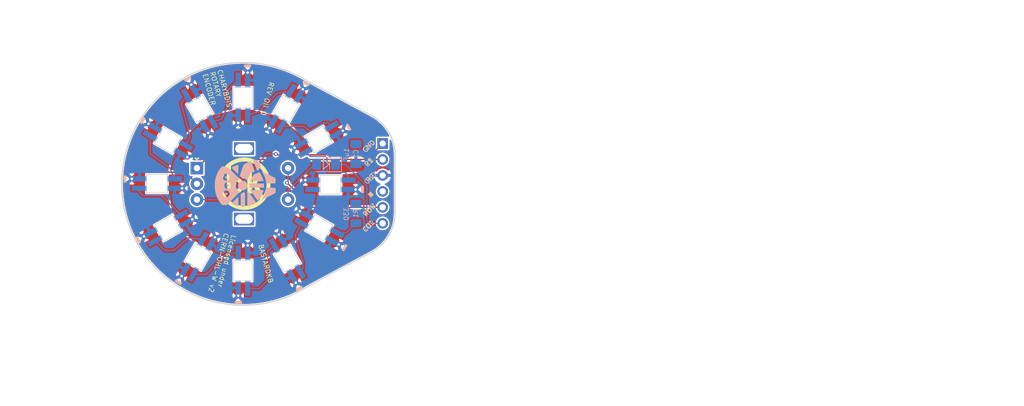
<source format=kicad_pcb>
(kicad_pcb (version 20221018) (generator pcbnew)
  (title_block (title "BastardKB Blackpill Holder") (date "2022-01-20") (rev "1.2"))
  (layers (0 "F.Cu" signal) (31 "B.Cu" signal) (34 "B.Paste" user) (35 "F.Paste" user) (36 "B.SilkS" user "B.Silkscreen") (37 "F.SilkS" user "F.Silkscreen") (38 "B.Mask" user) (39 "F.Mask" user) (44 "Edge.Cuts" user))
  (net 0 "")
  (net 1 "Vcc")
  (net 2 "Gnd")
  (net 3 "Net-(D1-DOUT)")
  (net 4 "Net-(D1-DIN)")
  (net 5 "Net-(D2-DOUT)")
  (net 6 "DOUT")
  (net 7 "Net-(D3-DOUT)")
  (net 8 "Net-(D4-DOUT)")
  (net 9 "Net-(D5-DOUT)")
  (net 10 "Net-(D6-DOUT)")
  (net 11 "Net-(D7-DOUT)")
  (net 12 "Net-(D8-DOUT)")
  (net 13 "Net-(D10-DIN)")
  (net 14 "Net-(D10-DOUT)")
  (net 15 "Net-(D11-DOUT)")
  (net 16 "button")
  (net 17 "r1")
  (net 18 "r2")
  (net 19 "DIN")
  (net 20 "Col")
  (net 21 "Net-(Dcol1-A)")
  (net 22 "unconnected-(J1-Pin_4-Pad4)")
  (footprint "Library:RotaryEncoder_Alps_EC11E-Switch_Vertical_H20mm" (layer "F.Cu") (at 52.5 43.6)
    (fp_text reference "SW1" hide)
    (fp_text value "RotaryEncoder_Switch")
    (pad "A" thru_hole rect locked (at -7.5 -2.5) (size 2 2) (drill 1) (layers "*.Cu" "*.Mask") (net 18 "r2"))
    (pad "B" thru_hole circle locked (at -7.5 2.5) (size 2 2) (drill 1) (layers "*.Cu" "*.Mask") (net 17 "r1"))
    (pad "C" thru_hole circle locked (at -7.5 0) (size 2 2) (drill 1) (layers "*.Cu" "*.Mask") (net 2 "Gnd"))
    (pad "MP" thru_hole rect locked (at 0 -5.6) (size 3.2 2) (drill oval 2.8 1.5) (layers "*.Cu" "*.Mask"))
    (pad "MP" thru_hole rect locked (at 0 5.6) (size 3.2 2) (drill oval 2.8 1.5) (layers "*.Cu" "*.Mask"))
    (pad "S1" thru_hole circle locked (at 7 2.5) (size 2 2) (drill 1) (layers "*.Cu" "*.Mask") (net 21 "Net-(Dcol1-A)"))
    (pad "S2" thru_hole circle locked (at 7 -2.5) (size 2 2) (drill 1) (layers "*.Cu" "*.Mask") (net 16 "button"))
  )
  (footprint "LOGO" (layer "F.Cu") (at 52.55 43.58)
    (fp_text reference "G***" hide)
    (fp_text value "LOGO" hide)
  )
  (footprint "LOGO" (layer "F.Cu") (at 52.55 43.58)
    (fp_text reference "G***" hide)
    (fp_text value "LOGO" hide)
  )
  (footprint "Library:6_PinHeader" (layer "F.Cu") (at 74.55 43.6)
    (fp_text reference "J1" hide)
    (fp_text value "Conn_01x06_Female")
    (pad "1" thru_hole rect locked (at 0 -6.42) (size 1.7 1.7) (drill 1) (layers "*.Cu" "*.Mask") (net 17 "r1"))
    (pad "2" thru_hole oval locked (at 0 -3.88) (size 1.7 1.7) (drill 1) (layers "*.Cu" "*.Mask") (net 18 "r2"))
    (pad "3" thru_hole oval locked (at 0 -1.34) (size 1.7 1.7) (drill 1) (layers "*.Cu" "*.Mask") (net 2 "Gnd"))
    (pad "4" thru_hole oval locked (at 0 1.2) (size 1.7 1.7) (drill 1) (layers "*.Cu" "*.Mask") (net 22 "unconnected-(J1-Pin_4-Pad4)"))
    (pad "5" thru_hole oval locked (at 0 3.74) (size 1.7 1.7) (drill 1) (layers "*.Cu" "*.Mask") (net 16 "button"))
    (pad "6" thru_hole oval locked (at 0 6.28) (size 1.7 1.7) (drill 1) (layers "*.Cu" "*.Mask") (net 20 "Col"))
  )
  (footprint "Library:YS-SK6812MINI-E" (layer "B.Cu") (at 40.414 50.608 30)
    (fp_text reference "D5" hide)
    (fp_text value "SK6812MINI")
    (fp_line (start -1.7 -1.5) (end -1.7 1.5) (stroke (width 0.12)) (layer "Edge.Cuts"))
    (fp_line (start -1.7 1.5) (end 1.7 1.5) (stroke (width 0.12)) (layer "Edge.Cuts"))
    (fp_line (start 1.7 -1.5) (end -1.7 -1.5) (stroke (width 0.12)) (layer "Edge.Cuts"))
    (fp_line (start 1.7 1.5) (end 1.7 -1.5) (stroke (width 0.12)) (layer "Edge.Cuts"))
    (pad "1" smd rect (at 2.8 -0.75 30) (size 2.4 0.82) (layers "B.Cu" "B.Paste" "B.Mask") (net 9 "Net-(D5-DOUT)"))
    (pad "2" thru_hole circle (at -4 -0.75 30) (size 0.8 0.8) (drill 0.4) (layers "*.Cu" "*.Mask") (net 2 "Gnd"))
    (pad "2" smd rect (at -2.8 -0.75 30) (size 2.4 0.82) (layers "B.Cu" "B.Paste" "B.Mask") (net 2 "Gnd"))
    (pad "3" smd rect (at -2.8 0.75 30) (size 2.4 0.82) (layers "B.Cu" "B.Paste" "B.Mask") (net 8 "Net-(D4-DOUT)"))
    (pad "4" smd rect (at 2.8 0.75 30) (size 2.4 0.82) (layers "B.Cu" "B.Paste" "B.Mask") (net 1 "Vcc"))
    (pad "4" thru_hole circle (at 4 0.75 30) (size 0.8 0.8) (drill 0.4) (layers "*.Cu" "*.Mask") (net 1 "Vcc"))
  )
  (footprint "Library:YS-SK6812MINI-E" (layer "B.Cu") (at 64.375 36.5 -150)
    (fp_text reference "D11" hide)
    (fp_text value "SK6812MINI")
    (fp_line (start -1.7 -1.5) (end -1.7 1.5) (stroke (width 0.12)) (layer "Edge.Cuts"))
    (fp_line (start -1.7 1.5) (end 1.7 1.5) (stroke (width 0.12)) (layer "Edge.Cuts"))
    (fp_line (start 1.7 -1.5) (end -1.7 -1.5) (stroke (width 0.12)) (layer "Edge.Cuts"))
    (fp_line (start 1.7 1.5) (end 1.7 -1.5) (stroke (width 0.12)) (layer "Edge.Cuts"))
    (pad "1" smd rect (at 2.8 -0.75 210) (size 2.4 0.82) (layers "B.Cu" "B.Paste" "B.Mask") (net 15 "Net-(D11-DOUT)"))
    (pad "2" thru_hole circle (at -4 -0.75 210) (size 0.8 0.8) (drill 0.4) (layers "*.Cu" "*.Mask") (net 2 "Gnd"))
    (pad "2" smd rect (at -2.8 -0.75 210) (size 2.4 0.82) (layers "B.Cu" "B.Paste" "B.Mask") (net 2 "Gnd"))
    (pad "3" smd rect (at -2.8 0.75 210) (size 2.4 0.82) (layers "B.Cu" "B.Paste" "B.Mask") (net 14 "Net-(D10-DOUT)"))
    (pad "4" smd rect (at 2.8 0.75 210) (size 2.4 0.82) (layers "B.Cu" "B.Paste" "B.Mask") (net 1 "Vcc"))
    (pad "4" thru_hole circle (at 4 0.75 210) (size 0.8 0.8) (drill 0.4) (layers "*.Cu" "*.Mask") (net 1 "Vcc"))
  )
  (footprint "Library:YS-SK6812MINI-E" (layer "B.Cu") (at 45.2 55.2 60)
    (fp_text reference "D4" hide)
    (fp_text value "SK6812MINI")
    (fp_line (start -1.7 -1.5) (end -1.7 1.5) (stroke (width 0.12)) (layer "Edge.Cuts"))
    (fp_line (start -1.7 1.5) (end 1.7 1.5) (stroke (width 0.12)) (layer "Edge.Cuts"))
    (fp_line (start 1.7 -1.5) (end -1.7 -1.5) (stroke (width 0.12)) (layer "Edge.Cuts"))
    (fp_line (start 1.7 1.5) (end 1.7 -1.5) (stroke (width 0.12)) (layer "Edge.Cuts"))
    (pad "1" smd rect (at 2.8 -0.75 60) (size 2.4 0.82) (layers "B.Cu" "B.Paste" "B.Mask") (net 8 "Net-(D4-DOUT)"))
    (pad "2" thru_hole circle (at -4 -0.75 60) (size 0.8 0.8) (drill 0.4) (layers "*.Cu" "*.Mask") (net 2 "Gnd"))
    (pad "2" smd rect (at -2.8 -0.75 60) (size 2.4 0.82) (layers "B.Cu" "B.Paste" "B.Mask") (net 2 "Gnd"))
    (pad "3" smd rect (at -2.8 0.75 60) (size 2.4 0.82) (layers "B.Cu" "B.Paste" "B.Mask") (net 7 "Net-(D3-DOUT)"))
    (pad "4" smd rect (at 2.8 0.75 60) (size 2.4 0.82) (layers "B.Cu" "B.Paste" "B.Mask") (net 1 "Vcc"))
    (pad "4" thru_hole circle (at 4 0.75 60) (size 0.8 0.8) (drill 0.4) (layers "*.Cu" "*.Mask") (net 1 "Vcc"))
  )
  (footprint "Capacitor_SMD:C_1206_3216Metric_Pad1.33x1.80mm_HandSolder" (layer "B.Cu") (at 70.289 38.854 -90)
    (fp_text reference "C1" (at 0 0 90) (layer "B.SilkS") (effects (font (size 0.75 0.75) (thickness 0.1)) (justify mirror)))
    (fp_text value "1u")
    (pad "1" smd roundrect (at -1.5625 0 270) (size 1.325 1.8) (layers "B.Cu" "B.Paste" "B.Mask") (roundrect_rratio 0.1886792453) (net 1 "Vcc"))
    (pad "2" smd roundrect (at 1.5625 0 270) (size 1.325 1.8) (layers "B.Cu" "B.Paste" "B.Mask") (roundrect_rratio 0.1886792453) (net 2 "Gnd"))
  )
  (footprint "Library:YS-SK6812MINI-E" (layer "B.Cu") (at 40.386362 36.7 -30)
    (fp_text reference "D7" hide)
    (fp_text value "SK6812MINI")
    (fp_line (start -1.7 -1.5) (end -1.7 1.5) (stroke (width 0.12)) (layer "Edge.Cuts"))
    (fp_line (start -1.7 1.5) (end 1.7 1.5) (stroke (width 0.12)) (layer "Edge.Cuts"))
    (fp_line (start 1.7 -1.5) (end -1.7 -1.5) (stroke (width 0.12)) (layer "Edge.Cuts"))
    (fp_line (start 1.7 1.5) (end 1.7 -1.5) (stroke (width 0.12)) (layer "Edge.Cuts"))
    (pad "1" smd rect (at 2.8 -0.75 330) (size 2.4 0.82) (layers "B.Cu" "B.Paste" "B.Mask") (net 11 "Net-(D7-DOUT)"))
    (pad "2" thru_hole circle (at -4 -0.75 330) (size 0.8 0.8) (drill 0.4) (layers "*.Cu" "*.Mask") (net 2 "Gnd"))
    (pad "2" smd rect (at -2.8 -0.75 330) (size 2.4 0.82) (layers "B.Cu" "B.Paste" "B.Mask") (net 2 "Gnd"))
    (pad "3" smd rect (at -2.8 0.75 330) (size 2.4 0.82) (layers "B.Cu" "B.Paste" "B.Mask") (net 10 "Net-(D6-DOUT)"))
    (pad "4" smd rect (at 2.8 0.75 330) (size 2.4 0.82) (layers "B.Cu" "B.Paste" "B.Mask") (net 1 "Vcc"))
    (pad "4" thru_hole circle (at 4 0.75 330) (size 0.8 0.8) (drill 0.4) (layers "*.Cu" "*.Mask") (net 1 "Vcc"))
  )
  (footprint "Library:YS-SK6812MINI-E" (layer "B.Cu") (at 45.449247 31.661 -60)
    (fp_text reference "D8" hide)
    (fp_text value "SK6812MINI")
    (fp_line (start -1.7 -1.5) (end -1.7 1.5) (stroke (width 0.12)) (layer "Edge.Cuts"))
    (fp_line (start -1.7 1.5) (end 1.7 1.5) (stroke (width 0.12)) (layer "Edge.Cuts"))
    (fp_line (start 1.7 -1.5) (end -1.7 -1.5) (stroke (width 0.12)) (layer "Edge.Cuts"))
    (fp_line (start 1.7 1.5) (end 1.7 -1.5) (stroke (width 0.12)) (layer "Edge.Cuts"))
    (pad "1" smd rect (at 2.8 -0.75 300) (size 2.4 0.82) (layers "B.Cu" "B.Paste" "B.Mask") (net 12 "Net-(D8-DOUT)"))
    (pad "2" thru_hole circle (at -4 -0.75 300) (size 0.8 0.8) (drill 0.4) (layers "*.Cu" "*.Mask") (net 2 "Gnd"))
    (pad "2" smd rect (at -2.8 -0.75 300) (size 2.4 0.82) (layers "B.Cu" "B.Paste" "B.Mask") (net 2 "Gnd"))
    (pad "3" smd rect (at -2.8 0.75 300) (size 2.4 0.82) (layers "B.Cu" "B.Paste" "B.Mask") (net 11 "Net-(D7-DOUT)"))
    (pad "4" smd rect (at 2.8 0.75 300) (size 2.4 0.82) (layers "B.Cu" "B.Paste" "B.Mask") (net 1 "Vcc"))
    (pad "4" thru_hole circle (at 4 0.75 300) (size 0.8 0.8) (drill 0.4) (layers "*.Cu" "*.Mask") (net 1 "Vcc"))
  )
  (footprint "Library:YS-SK6812MINI-E" (layer "B.Cu") (at 59.2 31.65 -120)
    (fp_text reference "D10" hide)
    (fp_text value "SK6812MINI")
    (fp_line (start -1.7 -1.5) (end -1.7 1.5) (stroke (width 0.12)) (layer "Edge.Cuts"))
    (fp_line (start -1.7 1.5) (end 1.7 1.5) (stroke (width 0.12)) (layer "Edge.Cuts"))
    (fp_line (start 1.7 -1.5) (end -1.7 -1.5) (stroke (width 0.12)) (layer "Edge.Cuts"))
    (fp_line (start 1.7 1.5) (end 1.7 -1.5) (stroke (width 0.12)) (layer "Edge.Cuts"))
    (pad "1" smd rect (at 2.8 -0.75 240) (size 2.4 0.82) (layers "B.Cu" "B.Paste" "B.Mask") (net 14 "Net-(D10-DOUT)"))
    (pad "2" thru_hole circle (at -4 -0.75 240) (size 0.8 0.8) (drill 0.4) (layers "*.Cu" "*.Mask") (net 2 "Gnd"))
    (pad "2" smd rect (at -2.8 -0.75 240) (size 2.4 0.82) (layers "B.Cu" "B.Paste" "B.Mask") (net 2 "Gnd"))
    (pad "3" smd rect (at -2.8 0.75 240) (size 2.4 0.82) (layers "B.Cu" "B.Paste" "B.Mask") (net 13 "Net-(D10-DIN)"))
    (pad "4" smd rect (at 2.8 0.75 240) (size 2.4 0.82) (layers "B.Cu" "B.Paste" "B.Mask") (net 1 "Vcc"))
    (pad "4" thru_hole circle (at 4 0.75 240) (size 0.8 0.8) (drill 0.4) (layers "*.Cu" "*.Mask") (net 1 "Vcc"))
  )
  (footprint "Library:YS-SK6812MINI-E" (layer "B.Cu") (at 38.639 43.558)
    (fp_text reference "D6" hide)
    (fp_text value "SK6812MINI")
    (fp_line (start -1.7 -1.5) (end -1.7 1.5) (stroke (width 0.12)) (layer "Edge.Cuts"))
    (fp_line (start -1.7 1.5) (end 1.7 1.5) (stroke (width 0.12)) (layer "Edge.Cuts"))
    (fp_line (start 1.7 -1.5) (end -1.7 -1.5) (stroke (width 0.12)) (layer "Edge.Cuts"))
    (fp_line (start 1.7 1.5) (end 1.7 -1.5) (stroke (width 0.12)) (layer "Edge.Cuts"))
    (pad "1" smd rect (at 2.8 -0.75) (size 2.4 0.82) (layers "B.Cu" "B.Paste" "B.Mask") (net 10 "Net-(D6-DOUT)"))
    (pad "2" thru_hole circle (at -4 -0.75) (size 0.8 0.8) (drill 0.4) (layers "*.Cu" "*.Mask") (net 2 "Gnd"))
    (pad "2" smd rect (at -2.8 -0.75) (size 2.4 0.82) (layers "B.Cu" "B.Paste" "B.Mask") (net 2 "Gnd"))
    (pad "3" smd rect (at -2.8 0.75) (size 2.4 0.82) (layers "B.Cu" "B.Paste" "B.Mask") (net 9 "Net-(D5-DOUT)"))
    (pad "4" smd rect (at 2.8 0.75) (size 2.4 0.82) (layers "B.Cu" "B.Paste" "B.Mask") (net 1 "Vcc"))
    (pad "4" thru_hole circle (at 4 0.75) (size 0.8 0.8) (drill 0.4) (layers "*.Cu" "*.Mask") (net 1 "Vcc"))
  )
  (footprint "Library:D_1206_3216Metric_Pad1.42x1.75mm_HandSolder" (layer "B.Cu") (at 65.5395 40.487 180)
    (fp_text reference "Dcol1")
    (fp_text value "1N4148W")
    (pad "1" smd roundrect (at -1.4875 0 180) (size 1.425 1.75) (layers "B.Cu" "B.Paste" "B.Mask") (roundrect_rratio 0.1754392982) (net 20 "Col"))
    (pad "2" smd roundrect (at 1.4875 0 180) (size 1.425 1.75) (layers "B.Cu" "B.Paste" "B.Mask") (roundrect_rratio 0.1754392982) (net 21 "Net-(Dcol1-A)"))
  )
  (footprint "Library:YS-SK6812MINI-E" (layer "B.Cu") (at 52.322 29.9 -90)
    (fp_text reference "D9" hide)
    (fp_text value "SK6812MINI")
    (fp_line (start -1.7 -1.5) (end -1.7 1.5) (stroke (width 0.12)) (layer "Edge.Cuts"))
    (fp_line (start -1.7 1.5) (end 1.7 1.5) (stroke (width 0.12)) (layer "Edge.Cuts"))
    (fp_line (start 1.7 -1.5) (end -1.7 -1.5) (stroke (width 0.12)) (layer "Edge.Cuts"))
    (fp_line (start 1.7 1.5) (end 1.7 -1.5) (stroke (width 0.12)) (layer "Edge.Cuts"))
    (pad "1" smd rect (at 2.8 -0.75 270) (size 2.4 0.82) (layers "B.Cu" "B.Paste" "B.Mask") (net 13 "Net-(D10-DIN)"))
    (pad "2" thru_hole circle (at -4 -0.75 270) (size 0.8 0.8) (drill 0.4) (layers "*.Cu" "*.Mask") (net 2 "Gnd"))
    (pad "2" smd rect (at -2.8 -0.75 270) (size 2.4 0.82) (layers "B.Cu" "B.Paste" "B.Mask") (net 2 "Gnd"))
    (pad "3" smd rect (at -2.8 0.75 270) (size 2.4 0.82) (layers "B.Cu" "B.Paste" "B.Mask") (net 12 "Net-(D8-DOUT)"))
    (pad "4" smd rect (at 2.8 0.75 270) (size 2.4 0.82) (layers "B.Cu" "B.Paste" "B.Mask") (net 1 "Vcc"))
    (pad "4" thru_hole circle (at 4 0.75 270) (size 0.8 0.8) (drill 0.4) (layers "*.Cu" "*.Mask") (net 1 "Vcc"))
  )
  (footprint "Library:YS-SK6812MINI-E" (layer "B.Cu") (at 59.38 55.5 120)
    (fp_text reference "D2" hide)
    (fp_text value "SK6812MINI")
    (fp_line (start -1.7 -1.5) (end -1.7 1.5) (stroke (width 0.12)) (layer "Edge.Cuts"))
    (fp_line (start -1.7 1.5) (end 1.7 1.5) (stroke (width 0.12)) (layer "Edge.Cuts"))
    (fp_line (start 1.7 -1.5) (end -1.7 -1.5) (stroke (width 0.12)) (layer "Edge.Cuts"))
    (fp_line (start 1.7 1.5) (end 1.7 -1.5) (stroke (width 0.12)) (layer "Edge.Cuts"))
    (pad "1" smd rect (at 2.8 -0.75 120) (size 2.4 0.82) (layers "B.Cu" "B.Paste" "B.Mask") (net 5 "Net-(D2-DOUT)"))
    (pad "2" thru_hole circle (at -4 -0.75 120) (size 0.8 0.8) (drill 0.4) (layers "*.Cu" "*.Mask") (net 2 "Gnd"))
    (pad "2" smd rect (at -2.8 -0.75 120) (size 2.4 0.82) (layers "B.Cu" "B.Paste" "B.Mask") (net 2 "Gnd"))
    (pad "3" smd rect (at -2.8 0.75 120) (size 2.4 0.82) (layers "B.Cu" "B.Paste" "B.Mask") (net 3 "Net-(D1-DOUT)"))
    (pad "4" smd rect (at 2.8 0.75 120) (size 2.4 0.82) (layers "B.Cu" "B.Paste" "B.Mask") (net 1 "Vcc"))
    (pad "4" thru_hole circle (at 4 0.75 120) (size 0.8 0.8) (drill 0.4) (layers "*.Cu" "*.Mask") (net 1 "Vcc"))
  )
  (footprint "LOGO" (layer "B.Cu") (at 52.3 43.870633 45)
    (fp_text reference "G***" hide)
    (fp_text value "LOGO" hide)
  )
  (footprint "Library:YS-SK6812MINI-E" (layer "B.Cu") (at 66.25 43.75 180)
    (fp_text reference "D12" hide)
    (fp_text value "SK6812MINI")
    (fp_line (start -1.7 -1.5) (end -1.7 1.5) (stroke (width 0.12)) (layer "Edge.Cuts"))
    (fp_line (start -1.7 1.5) (end 1.7 1.5) (stroke (width 0.12)) (layer "Edge.Cuts"))
    (fp_line (start 1.7 -1.5) (end -1.7 -1.5) (stroke (width 0.12)) (layer "Edge.Cuts"))
    (fp_line (start 1.7 1.5) (end 1.7 -1.5) (stroke (width 0.12)) (layer "Edge.Cuts"))
    (pad "1" smd rect (at 2.8 -0.75 180) (size 2.4 0.82) (layers "B.Cu" "B.Paste" "B.Mask") (net 6 "DOUT"))
    (pad "2" thru_hole circle (at -4 -0.75 180) (size 0.8 0.8) (drill 0.4) (layers "*.Cu" "*.Mask") (net 2 "Gnd"))
    (pad "2" smd rect (at -2.8 -0.75 180) (size 2.4 0.82) (layers "B.Cu" "B.Paste" "B.Mask") (net 2 "Gnd"))
    (pad "3" smd rect (at -2.8 0.75 180) (size 2.4 0.82) (layers "B.Cu" "B.Paste" "B.Mask") (net 15 "Net-(D11-DOUT)"))
    (pad "4" smd rect (at 2.8 0.75 180) (size 2.4 0.82) (layers "B.Cu" "B.Paste" "B.Mask") (net 1 "Vcc"))
    (pad "4" thru_hole circle (at 4 0.75 180) (size 0.8 0.8) (drill 0.4) (layers "*.Cu" "*.Mask") (net 1 "Vcc"))
  )
  (footprint "Library:YS-SK6812MINI-E" (layer "B.Cu") (at 52.322 57.39 90)
    (fp_text reference "D3" hide)
    (fp_text value "SK6812MINI")
    (fp_line (start -1.7 -1.5) (end -1.7 1.5) (stroke (width 0.12)) (layer "Edge.Cuts"))
    (fp_line (start -1.7 1.5) (end 1.7 1.5) (stroke (width 0.12)) (layer "Edge.Cuts"))
    (fp_line (start 1.7 -1.5) (end -1.7 -1.5) (stroke (width 0.12)) (layer "Edge.Cuts"))
    (fp_line (start 1.7 1.5) (end 1.7 -1.5) (stroke (width 0.12)) (layer "Edge.Cuts"))
    (pad "1" smd rect (at 2.8 -0.75 90) (size 2.4 0.82) (layers "B.Cu" "B.Paste" "B.Mask") (net 7 "Net-(D3-DOUT)"))
    (pad "2" thru_hole circle (at -4 -0.75 90) (size 0.8 0.8) (drill 0.4) (layers "*.Cu" "*.Mask") (net 2 "Gnd"))
    (pad "2" smd rect (at -2.8 -0.75 90) (size 2.4 0.82) (layers "B.Cu" "B.Paste" "B.Mask") (net 2 "Gnd"))
    (pad "3" smd rect (at -2.8 0.75 90) (size 2.4 0.82) (layers "B.Cu" "B.Paste" "B.Mask") (net 5 "Net-(D2-DOUT)"))
    (pad "4" smd rect (at 2.8 0.75 90) (size 2.4 0.82) (layers "B.Cu" "B.Paste" "B.Mask") (net 1 "Vcc"))
    (pad "4" thru_hole circle (at 4 0.75 90) (size 0.8 0.8) (drill 0.4) (layers "*.Cu" "*.Mask") (net 1 "Vcc"))
  )
  (footprint "Resistor_SMD:R_1206_3216Metric_Pad1.30x1.75mm_HandSolder" (layer "B.Cu") (at 70.289 48.297 90)
    (fp_text reference "R1" (at 0 0 90) (layer "B.SilkS") (effects (font (size 0.75 0.75) (thickness 0.1)) (justify mirror)))
    (fp_text value "R")
    (pad "1" smd roundrect (at -1.55 0 90) (size 1.3 1.75) (layers "B.Cu" "B.Paste" "B.Mask") (roundrect_rratio 0.1923076923) (net 4 "Net-(D1-DIN)"))
    (pad "2" smd roundrect (at 1.55 0 90) (size 1.3 1.75) (layers "B.Cu" "B.Paste" "B.Mask") (roundrect_rratio 0.1923076923) (net 19 "DIN"))
  )
  (footprint "Library:YS-SK6812MINI-E" (layer "B.Cu") (at 64.463638 50.6 150)
    (fp_text reference "D1" hide)
    (fp_text value "SK6812MINI")
    (fp_line (start -1.7 -1.5) (end -1.7 1.5) (stroke (width 0.12)) (layer "Edge.Cuts"))
    (fp_line (start -1.7 1.5) (end 1.7 1.5) (stroke (width 0.12)) (layer "Edge.Cuts"))
    (fp_line (start 1.7 -1.5) (end -1.7 -1.5) (stroke (width 0.12)) (layer "Edge.Cuts"))
    (fp_line (start 1.7 1.5) (end 1.7 -1.5) (stroke (width 0.12)) (layer "Edge.Cuts"))
    (pad "1" smd rect (at 2.8 -0.75 150) (size 2.4 0.82) (layers "B.Cu" "B.Paste" "B.Mask") (net 3 "Net-(D1-DOUT)"))
    (pad "2" thru_hole circle (at -4 -0.75 150) (size 0.8 0.8) (drill 0.4) (layers "*.Cu" "*.Mask") (net 2 "Gnd"))
    (pad "2" smd rect (at -2.8 -0.75 150) (size 2.4 0.82) (layers "B.Cu" "B.Paste" "B.Mask") (net 2 "Gnd"))
    (pad "3" smd rect (at -2.8 0.75 150) (size 2.4 0.82) (layers "B.Cu" "B.Paste" "B.Mask") (net 4 "Net-(D1-DIN)"))
    (pad "4" smd rect (at 2.8 0.75 150) (size 2.4 0.82) (layers "B.Cu" "B.Paste" "B.Mask") (net 1 "Vcc"))
    (pad "4" thru_hole circle (at 4 0.75 150) (size 0.8 0.8) (drill 0.4) (layers "*.Cu" "*.Mask") (net 1 "Vcc"))
  )
  (gr_line locked (start 72.5 54.6) (end 62.75 59.85) (stroke (width 0.2)) (layer "Edge.Cuts"))
  (gr_line locked (start 62.75 27.35) (end 72.5 32.6) (stroke (width 0.2)) (layer "Edge.Cuts"))
  (gr_arc locked (start 33.049743 43.6) (mid 43.083703 26.67245) (end 62.75 27.35) (stroke (width 0.2)) (layer "Edge.Cuts"))
  (gr_arc locked (start 62.75 59.85) (mid 43.083703 60.52755) (end 33.049743 43.6) (stroke (width 0.2)) (layer "Edge.Cuts"))
  (gr_arc locked (start 76.5 48.1) (mid 75.447289 51.932947) (end 72.5 54.6) (stroke (width 0.2)) (layer "Edge.Cuts"))
  (gr_arc locked (start 72.5 32.6) (mid 75.447289 35.267053) (end 76.5 39.1) (stroke (width 0.2)) (layer "Edge.Cuts"))
  (gr_line locked (start 76.5 39.1) (end 76.5 48.1) (stroke (width 0.2)) (layer "Edge.Cuts"))
  (gr_text "GND" (at 72.583426 42.687764 45) (layer "B.SilkS") (effects (font (size 0.75 0.75) (thickness 0.1)) (justify mirror)))
  (gr_text "COL" (at 72.293007 50.307765 45) (layer "B.SilkS") (effects (font (size 0.75 0.75) (thickness 0.1)) (justify mirror)))
  (gr_text "R2" (at 72.356141 40.147765 45) (layer "B.SilkS") (effects (font (size 0.75 0.75) (thickness 0.1)) (justify mirror)))
  (gr_text "x" (at 72.583426 45.227764 45) (layer "B.SilkS" knockout) (effects (font (size 0.75 0.75) (thickness 0.1)) (justify mirror)))
  (gr_text "330" (at 68.77 48.371 90) (layer "B.SilkS") (effects (font (size 0.75 0.75) (thickness 0.1)) (justify mirror)))
  (gr_text "1uF" (at 68.77 38.931 90) (layer "B.SilkS") (effects (font (size 0.75 0.75) (thickness 0.1)) (justify mirror)))
  (gr_text "R1" (at 72.343514 37.607765 45) (layer "B.SilkS") (effects (font (size 0.75 0.75) (thickness 0.1)) (justify mirror)))
  (gr_text "ROW" (at 72.431903 47.767764 45) (layer "B.SilkS") (effects (font (size 0.75 0.75) (thickness 0.1)) (justify mirror)))
  (gr_text "Licensed under\nCERN-OHL-W v2" (at 50.3 51.55 -105) (layer "F.SilkS") (effects (font (size 0.75 0.75) (thickness 0.1)) (justify left)))
  (gr_text "R2" (at 72.6 42.7 45) (layer "F.SilkS") (effects (font (size 0.75 0.75) (thickness 0.1))))
  (gr_text "COL" (at 72.309581 50.320001 45) (layer "F.SilkS") (effects (font (size 0.75 0.75) (thickness 0.1))))
  (gr_text "R1" (at 72.372715 40.160001 45) (layer "F.SilkS") (effects (font (size 0.75 0.75) (thickness 0.1))))
  (gr_text "BASTARDKB" (at 55.95 56.3 285) (layer "F.SilkS") (effects (font (size 0.75 0.75) (thickness 0.1))))
  (gr_text "CHARYBDIS \nROTARY \nENCODER" (at 47.413 25.707 285) (layer "F.SilkS") (effects (font (size 0.75 0.75) (thickness 0.1)) (justify left)))
  (gr_text "GND" (at 72.360088 37.620001 45) (layer "F.SilkS") (effects (font (size 0.75 0.75) (thickness 0.1))))
  (gr_text "x" (at 72.6 45.24 45) (layer "F.SilkS") (effects (font (size 0.75 0.75) (thickness 0.1))))
  (gr_text "ROW" (at 72.448477 47.78 45) (layer "F.SilkS") (effects (font (size 0.75 0.75) (thickness 0.1))))
  (gr_text "REV Oli 0" (at 56.2 30.05 255) (layer "F.SilkS") (effects (font (size 0.75 0.75) (thickness 0.1))))
  (segment (start 43.1564 41.7564) (end 35.6906 41.7564) (width 0.2032) (layer "F.Cu") (net 2))
  (segment (start 45 43.6) (end 43.1564 41.7564) (width 0.2032) (layer "F.Cu") (net 2))
  (segment (start 35.6906 41.7564) (end 34.639 42.808) (width 0.2032) (layer "F.Cu") (net 2))
  (segment (start 60.629 51.779) (end 61.85218 56.044101) (width 0.2032) (layer "B.Cu") (net 3))
  (segment (start 61.85218 57.12721) (end 61.429519 57.549871) (width 0.2032) (layer "B.Cu") (net 3))
  (segment (start 61.85218 56.044101) (end 61.85218 57.12721) (width 0.2032) (layer "B.Cu") (net 3))
  (segment (start 61.66695 49.852702) (end 60.629 51.779) (width 0.2032) (layer "B.Cu") (net 3))
  (segment (start 61.663767 49.849519) (end 61.66695 49.852702) (width 0.2032) (layer "B.Cu") (net 3))
  (segment (start 70.289 49.847) (end 68.785519 51.350481) (width 0.2032) (layer "B.Cu") (net 4))
  (segment (start 68.785519 51.350481) (end 67.263509 51.350481) (width 0.2032) (layer "B.Cu") (net 4))
  (segment (start 56.266 54.263) (end 56.064 59.078) (width 0.2032) (layer "B.Cu") (net 5))
  (segment (start 57.330481 53.450129) (end 56.266 54.263) (width 0.2032) (layer "B.Cu") (net 5))
  (segment (start 54.899 60.302) (end 53.072 60.19) (width 0.2032) (layer "B.Cu") (net 5))
  (segment (start 56.064 59.078) (end 54.899 60.302) (width 0.2032) (layer "B.Cu") (net 5))
  (segment (start 51.572 54.59) (end 49.895 54.59) (width 0.2032) (layer "B.Cu") (net 7))
  (segment (start 49.895 54.59) (end 46.485129 57.999871) (width 0.2032) (layer "B.Cu") (net 7))
  (segment (start 46.485129 57.999871) (end 44.449519 57.999871) (width 0.2032) (layer "B.Cu") (net 7))
  (segment (start 43.613 52.206) (end 41.366 54.185) (width 0.2032) (layer "B.Cu") (net 8))
  (segment (start 41.366 54.185) (end 39.89161 54.185) (width 0.2032) (layer "B.Cu") (net 8))
  (segment (start 45.950481 52.400129) (end 43.613 52.206) (width 0.2032) (layer "B.Cu") (net 8))
  (segment (start 39.89161 54.185) (end 38.364129 52.657519) (width 0.2032) (layer "B.Cu") (net 8))
  (segment (start 36.351 45.423) (end 39.32839 45.423) (width 0.2032) (layer "B.Cu") (net 9))
  (segment (start 35.839 44.911) (end 36.351 45.423) (width 0.2032) (layer "B.Cu") (net 9))
  (segment (start 39.32839 45.423) (end 42.463871 48.558481) (width 0.2032) (layer "B.Cu") (net 9))
  (segment (start 35.839 44.308) (end 35.839 44.911) (width 0.2032) (layer "B.Cu") (net 9))
  (segment (start 41.439 42.808) (end 40.646 41.01) (width 0.2032) (layer "B.Cu") (net 10))
  (segment (start 40.646 41.01) (end 37.586491 38.879644) (width 0.2032) (layer "B.Cu") (net 10))
  (segment (start 37.586491 38.879644) (end 37.586491 35.949519) (width 0.2032) (layer "B.Cu") (net 10))
  (segment (start 43.186233 37.450481) (end 43.909 36.177) (width 0.2032) (layer "B.Cu") (net 11))
  (segment (start 43.909 36.177) (end 42.483 30.703) (width 0.2032) (layer "B.Cu") (net 11))
  (segment (start 42.483 30.703) (end 43.399728 29.611129) (width 0.2032) (layer "B.Cu") (net 11))
  (segment (start 48.92 33.324) (end 47.498766 33.710871) (width 0.2032) (layer "B.Cu") (net 12))
  (segment (start 51.572 27.1) (end 51.496153 27.1) (width 0.2032) (layer "B.Cu") (net 12))
  (segment (start 49.901 31.22) (end 48.92 33.324) (width 0.2032) (layer "B.Cu") (net 12))
  (segment (start 49.776 28.820153) (end 49.901 31.22) (width 0.2032) (layer "B.Cu") (net 12))
  (segment (start 51.496153 27.1) (end 49.776 28.820153) (width 0.2032) (layer "B.Cu") (net 12))
  (segment (start 54.965 32.04) (end 57.729 29.187) (width 0.2032) (layer "B.Cu") (net 13))
  (segment (start 53.072 32.7) (end 54.965 32.04) (width 0.2032) (layer "B.Cu") (net 13))
  (segment (start 57.729 29.187) (end 59.950481 28.850129) (width 0.2032) (layer "B.Cu") (net 13))
  (segment (start 65.88639 33.912) (end 66.424871 34.450481) (width 0.2032) (layer "B.Cu") (net 14))
  (segment (start 65.234 33.912) (end 65.88639 33.912) (width 0.2032) (layer "B.Cu") (net 14))
  (segment (start 62.100871 34.449871) (end 62.912 35.188) (width 0.2032) (layer "B.Cu") (net 14))
  (segment (start 58.449519 34.449871) (end 62.100871 34.449871) (width 0.2032) (layer "B.Cu") (net 14))
  (segment (start 62.912 35.188) (end 65.234 33.912) (width 0.2032) (layer "B.Cu") (net 14))
  (segment (start 65.696 39.497) (end 65.696 41.415) (width 0.2032) (layer "B.Cu") (net 15))
  (segment (start 69.05 42.265) (end 69.05 43) (width 0.2032) (layer "B.Cu") (net 15))
  (segment (start 62.325129 38.549519) (end 63.01061 39.235) (width 0.2032) (layer "B.Cu") (net 15))
  (segment (start 66.068 41.787) (end 68.572 41.787) (width 0.2032) (layer "B.Cu") (net 15))
  (segment (start 65.434 39.235) (end 65.696 39.497) (width 0.2032) (layer "B.Cu") (net 15))
  (segment (start 65.696 41.415) (end 66.068 41.787) (width 0.2032) (layer "B.Cu") (net 15))
  (segment (start 68.572 41.787) (end 69.05 42.265) (width 0.2032) (layer "B.Cu") (net 15))
  (segment (start 63.01061 39.235) (end 65.434 39.235) (width 0.2032) (layer "B.Cu") (net 15))
  (segment (start 63.252 47.34) (end 74.55 47.34) (width 0.2032) (layer "F.Cu") (net 16))
  (segment (start 59.332 43.42) (end 63.252 47.34) (width 0.2032) (layer "F.Cu") (net 16))
  (via (at 59.332 43.42) (size 0.6096) (drill 0.3048) (layers "F.Cu" "B.Cu") (net 16))
  (segment (start 59.5 43.252) (end 59.332 43.42) (width 0.2032) (layer "B.Cu") (net 16))
  (segment (start 59.5 41.1) (end 59.5 43.252) (width 0.2032) (layer "B.Cu") (net 16))
  (segment (start 57.554 38.848) (end 57.678695 38.972695) (width 0.2032) (layer "F.Cu") (net 17))
  (segment (start 57.678695 38.972695) (end 72.757305 38.972695) (width 0.2032) (layer "F.Cu") (net 17))
  (segment (start 72.757305 38.972695) (end 74.55 37.18) (width 0.2032) (layer "F.Cu") (net 17))
  (via (at 57.554 38.848) (size 0.6096) (drill 0.3048) (layers "F.Cu" "B.Cu") (net 17))
  (segment (start 56.157 38.848) (end 48.905 46.1) (width 0.2032) (layer "B.Cu") (net 17))
  (segment (start 57.554 38.848) (end 56.157 38.848) (width 0.2032) (layer "B.Cu") (net 17))
  (segment (start 48.905 46.1) (end 45 46.1) (width 0.2032) (layer "B.Cu") (net 17))
  (segment (start 46.38 39.72) (end 74.55 39.72) (width 0.2032) (layer "F.Cu") (net 18))
  (segment (start 45 41.1) (end 46.38 39.72) (width 0.2032) (layer "F.Cu") (net 18))
  (segment (start 70.882 47.34) (end 70.289 46.747) (width 0.2032) (layer "B.Cu") (net 19))
  (segment (start 72.032 43.928) (end 72.032 49.516) (width 0.2032) (layer "B.Cu") (net 20))
  (segment (start 67.027 40.487) (end 68.591 40.487) (width 0.2032) (layer "B.Cu") (net 20))
  (segment (start 68.591 40.487) (end 72.032 43.928) (width 0.2032) (layer "B.Cu") (net 20))
  (segment (start 72.032 49.516) (end 72.396 49.88) (width 0.2032) (layer "B.Cu") (net 20))
  (segment (start 72.396 49.88) (end 74.55 49.88) (width 0.2032) (layer "B.Cu") (net 20))
  (segment (start 63.698787 40.487) (end 64.052 40.487) (width 0.2032) (layer "B.Cu") (net 21))
  (segment (start 59.5 46.1) (end 59.5 44.685787) (width 0.2032) (layer "B.Cu") (net 21))
  (segment (start 59.5 44.685787) (end 63.698787 40.487) (width 0.2032) (layer "B.Cu") (net 21))
  (segment (start 74.139 44.8) (end 74.55 44.8) (width 0.2032) (layer "F.Cu") (net 22))
  (zone (net 2) (net_name "Gnd") (layer "F.Cu") (priority 10) (connect_pads (clearance 0.254)) (min_thickness 0.254) (fill yes (thermal_gap 0.508) (thermal_bridge_width 0.508) (island_removal_mode 1) (island_area_min 0))
    (polygon (pts (xy 68.362 22.085) (xy 79.847 30.861) (xy 63.626 38.659) (xy 62.213 36.062) (xy 59.639 33.933) (xy 56.942 32.36) (xy 53.888 31.632) (xy 50.759 31.652) (xy 47.677 32.383) (xy 44.968 33.969) (xy 42.617 36.174) (xy 41.017 38.812) (xy 40.368 41.791) (xy 40.33 44.961) (xy 40.864 48.551) (xy 42.621 51.377) (xy 44.531 53.134) (xy 47.395 54.7) (xy 50.985 56.113) (xy 54.002 56.266) (xy 57.859 54.967) (xy 60.38 53.325) (xy 62.519 50.995) (xy 63.97 48.436) (xy 64.581 45.076) (xy 64.619 42.364) (xy 80.087 41.142) (xy 77.222 63.522) (xy 27.154 63.98) (xy 31.317 19.564)))
  )
  (zone (net 1) (net_name "Vcc") (layer "F.Cu") (priority 2) (connect_pads (clearance 0.254)) (min_thickness 0.254) (fill yes (thermal_gap 0.508) (thermal_bridge_width 0.508) (island_removal_mode 1) (island_area_min 1))
    (polygon (pts (xy 81.77 20.68) (xy 79.87 67.8) (xy 17.73 76.09) (xy 23.48 17.59)))
  )
  (zone (net 2) (net_name "Gnd") (layer "B.Cu") (priority 2) (connect_pads (clearance 0.254)) (min_thickness 0.254) (fill yes (thermal_gap 0.508) (thermal_bridge_width 0.508) (island_removal_mode 2) (island_area_min 0.5))
    (polygon (pts (xy 88.7 31.01) (xy 84.88 52.64) (xy 41.47 78.97) (xy 13.67 36.54) (xy 65.05 14.35)))
  )
  (zone (net 1) (net_name "Vcc") (layer "B.Cu") (priority 10) (connect_pads (clearance 0.254)) (min_thickness 0.254) (fill yes (thermal_gap 0.508) (thermal_bridge_width 0.508) (island_removal_mode 1) (island_area_min 0))
    (polygon (pts (xy 64.032403 43.592) (xy 64.013162 42.92406) (xy 63.955504 42.258335) (xy 63.85962 41.597033) (xy 63.725828 40.942347) (xy 63.554571 40.296449) (xy 63.346417 39.661479) (xy 63.102058 39.039545) (xy 62.822302 38.432708) (xy 62.508078 37.842982) (xy 62.160429 37.272321) (xy 61.780506 36.722618) (xy 61.36957 36.195697) (xy 60.928984 35.693305) (xy 60.460209 35.217108) (xy 59.964799 34.768685) (xy 59.444398 34.349523) (xy 58.900731 33.961013) (xy 58.335601 33.604443) (xy 57.750883 33.280995) (xy 57.148515 32.991742) (xy 56.530496 32.737643) (xy 55.898874 32.519542) (xy 55.255745 32.338161) (xy 54.603241 32.194102) (xy 53.943527 32.087842) (xy 53.27879 32.019734) (xy 52.611235 31.990004) (xy 51.943075 31.998751) (xy 51.276527 32.045945) (xy 50.6138 32.13143) (xy 49.957093 32.254923) (xy 49.308584 32.416013) (xy 48.670424 32.614168) (xy 48.044728 32.848728) (xy 47.433572 33.118918) (xy 46.838982 33.423839) (xy 46.262931 33.762483) (xy 45.707329 34.133724) (xy 45.174018 34.536333) (xy 44.664768 34.968973) (xy 44.181266 35.430211) (xy 43.725117 35.918516) (xy 43.297833 36.432269) (xy 42.900831 36.969767) (xy 42.535428 37.529226) (xy 42.202836 38.108792) (xy 41.904157 38.706542) (xy 41.640382 39.320494) (xy 41.412387 39.948611) (xy 41.220926 40.588812) (xy 41.066636 41.238972) (xy 40.950027 41.896936) (xy 40.871486 42.560522) (xy 40.831275 43.227528) (xy 40.829525 43.895742) (xy 40.866244 44.56295) (xy 40.941309 45.226937) (xy 41.054471 45.885503) (xy 41.205355 46.536462) (xy 41.393461 47.177656) (xy 41.618165 47.806959) (xy 41.878721 48.422284) (xy 42.174266 49.021589) (xy 42.503819 49.602889) (xy 42.866288 50.164253) (xy 43.26047 50.703822) (xy 43.685058 51.219806) (xy 44.138644 51.710492) (xy 44.619724 52.174255) (xy 45.126703 52.609556) (xy 45.657898 53.014952) (xy 46.211549 53.389097) (xy 46.785819 53.730752) (xy 47.378804 54.038783) (xy 47.988537 54.312169) (xy 48.612996 54.550002) (xy 49.25011 54.751495) (xy 49.897767 54.915979) (xy 50.553818 55.042908) (xy 51.216088 55.131862) (xy 51.88238 55.182546) (xy 52.550485 55.194791) (xy 53.218186 55.168557) (xy 53.883271 55.103931) (xy 54.543533 55.001127) (xy 55.196782 54.860486) (xy 55.840851 54.682474) (xy 56.473606 54.467683) (xy 57.092948 54.216824) (xy 57.696822 53.930729) (xy 58.283225 53.610347) (xy 58.850214 53.256741) (xy 59.395908 52.871083) (xy 59.918497 52.454651) (xy 60.416248 52.008829) (xy 60.88751 51.535092) (xy 61.330721 51.035014) (xy 61.74441 50.510252) (xy 62.127206 49.962546) (xy 62.477839 49.393713) (xy 62.795146 48.80564) (xy 63.078075 48.200277) (xy 63.325688 47.57963) (xy 63.537163 46.945759) (xy 63.711799 46.300766) (xy 63.849018 45.64679) (xy 63.948363 44.985999) (xy 64.009506 44.320585) (xy 64.032244 43.652755)))
  )
)
</source>
